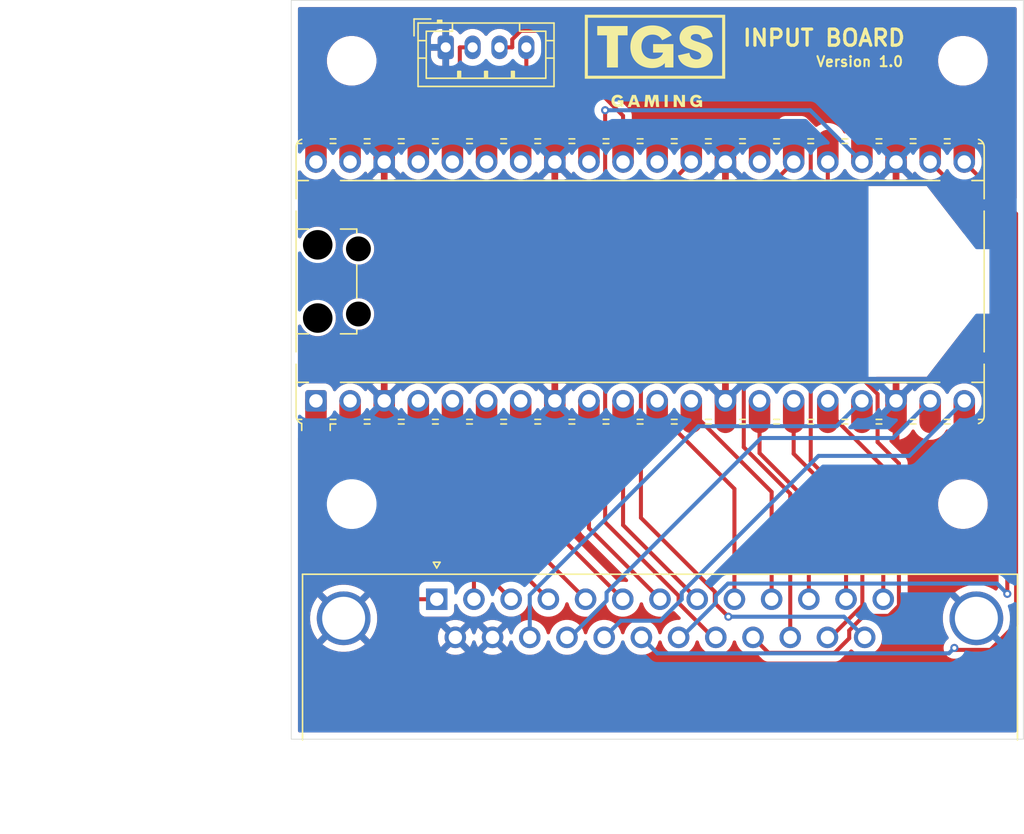
<source format=kicad_pcb>
(kicad_pcb (version 20241229) (generator "pcbnew") (generator_version "9.0")
  (layers (0 "F.Cu" signal) (2 "B.Cu" signal) (13 "F.Paste" user) (15 "B.Paste" user) (5 "F.SilkS" user "F.Silkscreen") (7 "B.SilkS" user "B.Silkscreen") (1 "F.Mask" user) (3 "B.Mask" user) (25 "Edge.Cuts" user))
  (net 0 "")
  (net 1 "unconnected-(A1-3V3_EN-Pad37)")
  (net 2 "unconnected-(A1-VBUS-Pad40)")
  (net 3 "unconnected-(A1-ADC_VREF-Pad35)")
  (net 4 "unconnected-(A1-VSYS-Pad39)")
  (net 5 "unconnected-(A1-RUN-Pad30)")
  (net 6 "unconnected-(A1-GPIO28_ADC2-Pad34)")
  (net 7 "Net-(A1-GPIO9)")
  (net 8 "GND")
  (net 9 "Net-(A1-GPIO4)")
  (net 10 "Net-(A1-GPIO26_ADC0)")
  (net 11 "Net-(A1-GPIO11)")
  (net 12 "Net-(A1-GPIO19)")
  (net 13 "Net-(A1-GPIO12)")
  (net 14 "Net-(A1-GPIO2)")
  (net 15 "Net-(A1-GPIO13)")
  (net 16 "Net-(A1-GPIO0)")
  (net 17 "Net-(A1-GPIO16)")
  (net 18 "Net-(A1-GPIO17)")
  (net 19 "Net-(A1-GPIO8)")
  (net 20 "Net-(A1-GPIO18)")
  (net 21 "+3.3V")
  (net 22 "Net-(A1-GPIO3)")
  (net 23 "Net-(A1-GPIO10)")
  (net 24 "Net-(A1-GPIO27_ADC1)")
  (net 25 "Net-(A1-GPIO20)")
  (net 26 "Net-(A1-GPIO21)")
  (net 27 "Net-(A1-GPIO5)")
  (net 28 "Net-(A1-GPIO7)")
  (net 29 "Net-(A1-GPIO6)")
  (net 30 "Net-(A1-GPIO1)")
  (net 31 "Net-(A1-GPIO22)")
  (net 32 "Net-(A1-GPIO15)")
  (net 33 "Net-(A1-GPIO14)")
  (footprint "connectors:DSUB-25_Male_Horizontal_P2.77x2.84mm_EdgePinOffset7.70mm_Housed_MountingHolesOffset9.12mm" (layer "F.Cu") (at 120.83 103.08)
    (property "Reference" "J4" (hide yes))
    (property "Value" "DB25_Pins_MountingHoles" (hide yes))
  )
  (footprint "Module:RaspberryPi_Pico_Common_Unspecified" (layer "F.Cu") (at 135.97 79.425 90)
    (property "Reference" "A1" (hide yes))
    (property "Value" "RaspberryPi_Pico" (hide yes))
  )
  (footprint "MountingHole:MountingHole_3.2mm_M3" (layer "F.Cu") (at 114.5 63)
    (property "Reference" "H1" (hide yes))
    (property "Value" "MountingHole" (hide yes))
  )
  (footprint "MountingHole:MountingHole_3.2mm_M3" (layer "F.Cu") (at 114.5 96)
    (property "Reference" "H3" (hide yes))
    (property "Value" "MountingHole" (hide yes))
  )
  (footprint "MountingHole:MountingHole_3.2mm_M3" (layer "F.Cu") (at 160 63)
    (property "Reference" "H2" (hide yes))
    (property "Value" "MountingHole" (hide yes))
  )
  (footprint "MountingHole:MountingHole_3.2mm_M3" (layer "F.Cu") (at 160 96)
    (property "Reference" "H4" (hide yes))
    (property "Value" "MountingHole" (hide yes))
  )
  (footprint "Connector_JST:JST_PH_B4B-PH-K_1x04_P2.00mm_Vertical" (layer "F.Cu") (at 121.5 62)
    (property "Reference" "J2" (hide yes))
    (property "Value" "Conn_01x04_Pin" (hide yes))
  )
  (gr_poly (pts (xy 139.079745 66.120935) (xy 139.079745 65.539315) (xy 139.30935 65.539315) (xy 139.30935 66.440208) (xy 139.036353 66.440208) (xy 138.698242 65.855532) (xy 138.698242 66.440208) (xy 138.46861 66.440208) (xy 138.46861 65.539315) (xy 138.738631 65.539315)) (fill yes) (layer "F.SilkS"))
  (gr_poly (pts (xy 140.180924 60.36965) (xy 140.286687 60.377544) (xy 140.392075 60.391077) (xy 140.496316 60.410556) (xy 140.598638 60.43629) (xy 140.698269 60.468586) (xy 140.794437 60.507753) (xy 140.886371 60.554097) (xy 140.973298 60.607927) (xy 141.014643 60.637745) (xy 141.054447 60.66955) (xy 141.092614 60.703381) (xy 141.129046 60.739275) (xy 141.163648 60.777272) (xy 141.196324 60.817409) (xy 141.226975 60.859725) (xy 141.255507 60.904259) (xy 141.281823 60.95105) (xy 141.305825 61.000135) (xy 141.327419 61.051553) (xy 141.346506 61.105343) (xy 141.362991 61.161543) (xy 141.376778 61.220191) (xy 140.583054 61.409262) (xy 140.573269 61.358703) (xy 140.567443 61.334792) (xy 140.560997 61.311784) (xy 140.553929 61.289674) (xy 140.54624 61.268455) (xy 140.537932 61.248119) (xy 140.529003 61.228662) (xy 140.519455 61.210075) (xy 140.509288 61.192353) (xy 140.498502 61.175488) (xy 140.487098 61.159475) (xy 140.475076 61.144307) (xy 140.462437 61.129978) (xy 140.44918 61.11648) (xy 140.435307 61.103807) (xy 140.420818 61.091953) (xy 140.405712 61.080912) (xy 140.389991 61.070675) (xy 140.373655 61.061238) (xy 140.356704 61.052594) (xy 140.339139 61.044735) (xy 140.32096 61.037656) (xy 140.302167 61.03135) (xy 140.282761 61.025811) (xy 140.262742 61.021031) (xy 140.242111 61.017004) (xy 140.220868 61.013724) (xy 140.176547 61.009379) (xy 140.129783 61.007942) (xy 140.087897 61.008954) (xy 140.047724 61.011996) (xy 140.009399 61.017082) (xy 139.97306 61.024224) (xy 139.938843 61.033435) (xy 139.906885 61.044726) (xy 139.877323 61.05811) (xy 139.863482 61.065591) (xy 139.850292 61.0736) (xy 139.837769 61.082138) (xy 139.82593 61.091208) (xy 139.814792 61.10081) (xy 139.804372 61.110945) (xy 139.794688 61.121617) (xy 139.785757 61.132826) (xy 139.777595 61.144574) (xy 139.77022 61.156861) (xy 139.763648 61.169691) (xy 139.757897 61.183064) (xy 139.752985 61.196982) (xy 139.748927 61.211447) (xy 139.745741 61.226459) (xy 139.743444 61.242022) (xy 139.742053 61.258135) (xy 139.741586 61.274801) (xy 139.742417 61.290657) (xy 139.744881 61.305936) (xy 139.748932 61.32066) (xy 139.754526 61.334857) (xy 139.761618 61.34855) (xy 139.770163 61.361765) (xy 139.780116 61.374526) (xy 139.791432 61.38686) (xy 139.804067 61.398789) (xy 139.817975 61.410341) (xy 139.833112 61.42154) (xy 139.849432 61.43241) (xy 139.866892 61.442977) (xy 139.885445 61.453265) (xy 139.905048 61.463301) (xy 139.925655 61.473108) (xy 139.969703 61.492138) (xy 140.017229 61.510555) (xy 140.067875 61.528559) (xy 140.121282 61.546351) (xy 140.35534 61.619394) (xy 140.530603 61.677814) (xy 140.619517 61.710244) (xy 140.707977 61.745515) (xy 140.795002 61.784147) (xy 140.87961 61.82666) (xy 140.960819 61.873573) (xy 141.037648 61.925408) (xy 141.109114 61.982684) (xy 141.14253 62.013525) (xy 141.174237 62.045921) (xy 141.204113 62.079938) (xy 141.232034 62.11564) (xy 141.257879 62.153092) (xy 141.281524 62.19236) (xy 141.302847 62.233508) (xy 141.321725 62.276602) (xy 141.338035 62.321706) (xy 141.351655 62.368886) (xy 141.362462 62.418206) (xy 141.370333 62.469732) (xy 141.375146 62.523528) (xy 141.376778 62.57966) (xy 141.375066 62.642135) (xy 141.369996 62.702315) (xy 141.361665 62.760222) (xy 141.350173 62.815875) (xy 141.335616 62.869295) (xy 141.318094 62.920502) (xy 141.297704 62.969517) (xy 141.274544 63.01636) (xy 141.248713 63.061052) (xy 141.220307 63.103612) (xy 141.189427 63.144061) (xy 141.156169 63.18242) (xy 141.120632 63.218709) (xy 141.082913 63.252948) (xy 141.043112 63.285159) (xy 141.001326 63.31536) (xy 140.957652 63.343573) (xy 140.91219 63.369818) (xy 140.865037 63.394115) (xy 140.816292 63.416486) (xy 140.766052 63.436949) (xy 140.714415 63.455526) (xy 140.661481 63.472237) (xy 140.607345 63.487102) (xy 140.552108 63.500142) (xy 140.495867 63.511377) (xy 140.380765 63.528515) (xy 140.262823 63.538677) (xy 140.142827 63.542029) (xy 140.142787 63.542042) (xy 140.013461 63.538233) (xy 139.887697 63.526837) (xy 139.766007 63.507899) (xy 139.6489 63.481467) (xy 139.53689 63.447586) (xy 139.430487 63.406303) (xy 139.330203 63.357663) (xy 139.236548 63.301712) (xy 139.192367 63.27101) (xy 139.150035 63.238498) (xy 139.109615 63.204181) (xy 139.071173 63.168065) (xy 139.034772 63.130157) (xy 139.000476 63.090461) (xy 138.968348 63.048983) (xy 138.938453 63.00573) (xy 138.910855 62.960707) (xy 138.885617 62.91392) (xy 138.862804 62.865375) (xy 138.842479 62.815077) (xy 138.824706 62.763032) (xy 138.809549 62.709246) (xy 138.797073 62.653725) (xy 138.78734 62.596474) (xy 139.644008 62.407376) (xy 139.646804 62.438372) (xy 139.650709 62.468325) (xy 139.655703 62.497238) (xy 139.661764 62.525117) (xy 139.66887 62.551965) (xy 139.677 62.577786) (xy 139.686133 62.602583) (xy 139.696247 62.626361) (xy 139.70732 62.649122) (xy 139.719331 62.670872) (xy 139.73226 62.691614) (xy 139.746083 62.711352) (xy 139.76078 62.730089) (xy 139.77633 62.74783) (xy 139.79271 62.764578) (xy 139.8099 62.780338) (xy 139.827878 62.795112) (xy 139.846623 62.808906) (xy 139.866112 62.821722) (xy 139.886325 62.833565) (xy 139.90724 62.844438) (xy 139.928836 62.854346) (xy 139.951092 62.863291) (xy 139.973984 62.871279) (xy 139.997494 62.878313) (xy 140.021598 62.884396) (xy 140.046276 62.889533) (xy 140.071505 62.893727) (xy 140.123534 62.899303) (xy 140.177514 62.901155) (xy 140.216383 62.900003) (xy 140.253252 62.896567) (xy 140.28805 62.890878) (xy 140.320707 62.882967) (xy 140.336211 62.878187) (xy 140.351153 62.872864) (xy 140.365526 62.867) (xy 140.37932 62.8606) (xy 140.392526 62.853668) (xy 140.405135 62.846207) (xy 140.41714 62.838221) (xy 140.428531 62.829714) (xy 140.439299 62.82069) (xy 140.449436 62.811153) (xy 140.458932 62.801107) (xy 140.46778 62.790554) (xy 140.47597 62.779501) (xy 140.483494 62.767949) (xy 140.490343 62.755903) (xy 140.496508 62.743367) (xy 140.501981 62.730345) (xy 140.506752 62.71684) (xy 140.510813 62.702857) (xy 140.514156 62.688399) (xy 140.516771 62.67347) (xy 140.518649 62.658074) (xy 140.519783 62.642215) (xy 140.520163 62.625896) (xy 140.519274 62.604646) (xy 140.516641 62.584213) (xy 140.51231 62.564565) (xy 140.506328 62.54567) (xy 140.498741 62.527496) (xy 140.489597 62.510009) (xy 140.478942 62.493178) (xy 140.466823 62.476971) (xy 140.453288 62.461354) (xy 140.438382 62.446297) (xy 140.422154 62.431765) (xy 140.404649 62.417728) (xy 140.385914 62.404152) (xy 140.365997 62.391006) (xy 140.344945 62.378257) (xy 140.322803 62.365873) (xy 140.29962 62.353821) (xy 140.275441 62.34207) (xy 140.224287 62.319338) (xy 140.169714 62.297418) (xy 140.112098 62.276053) (xy 140.051815 62.254983) (xy 139.989238 62.23395) (xy 139.858705 62.19096) (xy 139.688904 62.134224) (xy 139.604139 62.103307) (xy 139.520554 62.070001) (xy 139.438964 62.03379) (xy 139.360185 61.994155) (xy 139.285035 61.950581) (xy 139.21433 61.90255) (xy 139.180899 61.876701) (xy 139.148886 61.849544) (xy 139.118391 61.821014) (xy 139.089518 61.791047) (xy 139.062369 61.759578) (xy 139.037045 61.726542) (xy 139.013648 61.691875) (xy 138.992281 61.655512) (xy 138.973046 61.617388) (xy 138.956044 61.577439) (xy 138.941378 61.5356) (xy 138.92915 61.491807) (xy 138.919461 61.445994) (xy 138.912414 61.398098) (xy 138.908111 61.348053) (xy 138.906654 61.295796) (xy 138.908056 61.242479) (xy 138.912229 61.190491) (xy 138.919122 61.139856) (xy 138.928684 61.090597) (xy 138.940865 61.042739) (xy 138.955615 60.996305) (xy 138.972884 60.951319) (xy 138.99262 60.907805) (xy 139.014774 60.865787) (xy 139.039295 60.825289) (xy 139.066133 60.786334) (xy 139.095237 60.748947) (xy 139.126556 60.713151) (xy 139.160041 60.67897) (xy 139.195641 60.646427) (xy 139.233305 60.615548) (xy 139.272984 60.586356) (xy 139.314626 60.558874) (xy 139.358181 60.533126) (xy 139.403599 60.509136) (xy 139.45083 60.486929) (xy 139.499822 60.466527) (xy 139.550526 60.447956) (xy 139.602891 60.431238) (xy 139.656866 60.416397) (xy 139.712402 60.403458) (xy 139.769447 60.392444) (xy 139.827952 60.383379) (xy 139.887866 60.376287) (xy 139.949138 60.371192) (xy 140.011719 60.368117) (xy 140.075557 60.367087)) (fill yes) (layer "F.SilkS"))
  (gr_poly (pts (xy 136.840311 65.999584) (xy 136.980739 65.539315) (xy 137.315225 65.539315) (xy 137.391729 66.440208) (xy 137.162137 66.440208) (xy 137.104286 65.805288) (xy 136.916855 66.440208) (xy 136.764945 66.440208) (xy 136.577567 65.802205) (xy 136.519081 66.440208) (xy 136.288245 66.440208) (xy 136.366033 65.539315) (xy 136.701709 65.539315)) (fill yes) (layer "F.SilkS"))
  (gr_poly (pts (xy 142.302819 64.335792) (xy 131.851778 64.335792) (xy 131.851778 64.111676) (xy 132.080215 64.111676) (xy 142.074391 64.111676) (xy 142.074391 59.79738) (xy 132.080215 59.79738) (xy 132.080215 64.111676) (xy 131.851778 64.111676) (xy 131.851778 59.573292) (xy 142.302819 59.573292)) (fill yes) (layer "F.SilkS"))
  (gr_poly (pts (xy 137.016814 60.370245) (xy 137.132232 60.37976) (xy 137.244423 60.39545) (xy 137.353221 60.417176) (xy 137.458462 60.444799) (xy 137.55998 60.478181) (xy 137.65761 60.517184) (xy 137.751187 60.561669) (xy 137.840546 60.611497) (xy 137.92552 60.666531) (xy 138.005946 60.726631) (xy 138.081657 60.791659) (xy 138.152489 60.861477) (xy 138.218277 60.935946) (xy 138.278854 61.014928) (xy 138.334056 61.098284) (xy 137.60972 61.472326) (xy 137.596177 61.446158) (xy 137.581983 61.420852) (xy 137.567146 61.396403) (xy 137.551676 61.372811) (xy 137.535582 61.350074) (xy 137.518872 61.328189) (xy 137.501556 61.307155) (xy 137.483643 61.28697) (xy 137.465142 61.267632) (xy 137.446062 61.249138) (xy 137.426413 61.231487) (xy 137.406204 61.214677) (xy 137.385443 61.198706) (xy 137.364139 61.183572) (xy 137.342303 61.169274) (xy 137.319943 61.155808) (xy 137.297068 61.143173) (xy 137.273687 61.131368) (xy 137.24981 61.12039) (xy 137.225446 61.110238) (xy 137.200603 61.100908) (xy 137.175291 61.092401) (xy 137.149518 61.084712) (xy 137.123295 61.077842) (xy 137.096631 61.071787) (xy 137.069533 61.066545) (xy 137.042012 61.062116) (xy 137.014077 61.058496) (xy 136.956999 61.053677) (xy 136.898374 61.052075) (xy 136.853822 61.053014) (xy 136.810061 61.055824) (xy 136.767132 61.06049) (xy 136.725075 61.066999) (xy 136.683931 61.075339) (xy 136.643742 61.085494) (xy 136.604548 61.097452) (xy 136.56639 61.1112) (xy 136.52931 61.126723) (xy 136.493347 61.144009) (xy 136.458543 61.163044) (xy 136.424938 61.183815) (xy 136.392575 61.206307) (xy 136.361493 61.230509) (xy 136.331733 61.256405) (xy 136.303336 61.283984) (xy 136.276344 61.31323) (xy 136.250797 61.344132) (xy 136.226735 61.376675) (xy 136.204201 61.410845) (xy 136.183234 61.446631) (xy 136.163876 61.484017) (xy 136.146167 61.522991) (xy 136.130149 61.563539) (xy 136.115863 61.605648) (xy 136.103348 61.649304) (xy 136.092647 61.694494) (xy 136.083799 61.741204) (xy 136.076847 61.789421) (xy 136.07183 61.839132) (xy 136.06879 61.890322) (xy 136.067768 61.94298) (xy 136.06868 61.992564) (xy 136.071409 62.04122) (xy 136.075941 62.088905) (xy 136.082262 62.135576) (xy 136.090359 62.181192) (xy 136.100218 62.22571) (xy 136.111826 62.269087) (xy 136.12517 62.311282) (xy 136.140235 62.352252) (xy 136.157009 62.391954) (xy 136.175477 62.430347) (xy 136.195627 62.467388) (xy 136.217444 62.503034) (xy 136.240916 62.537244) (xy 136.266029 62.569975) (xy 136.292769 62.601185) (xy 136.321123 62.630831) (xy 136.351078 62.658872) (xy 136.382619 62.685264) (xy 136.415734 62.709965) (xy 136.450408 62.732934) (xy 136.486629 62.754127) (xy 136.524383 62.773503) (xy 136.563656 62.791019) (xy 136.604435 62.806633) (xy 136.646706 62.820302) (xy 136.690456 62.831984) (xy 136.735672 62.841638) (xy 136.782339 62.849219) (xy 136.830445 62.854687) (xy 136.879976 62.857999) (xy 136.930918 62.859112) (xy 136.988565 62.857682) (xy 137.046582 62.853285) (xy 137.104574 62.845761) (xy 137.162148 62.834949) (xy 137.218909 62.82069) (xy 137.274464 62.802824) (xy 137.328418 62.78119) (xy 137.380377 62.755629) (xy 137.429947 62.72598) (xy 137.453713 62.709573) (xy 137.476735 62.692083) (xy 137.498962 62.673492) (xy 137.520345 62.653779) (xy 137.540836 62.632924) (xy 137.560384 62.610906) (xy 137.578942 62.587707) (xy 137.596459 62.563306) (xy 137.612886 62.537683) (xy 137.628174 62.510817) (xy 137.642273 62.48269) (xy 137.655135 62.453281) (xy 137.666711 62.422569) (xy 137.67695 62.390536) (xy 136.935257 62.390536) (xy 136.935257 61.758062) (xy 138.449031 61.758062) (xy 138.449031 63.499947) (xy 137.809268 63.499947) (xy 137.809268 63.167961) (xy 137.770605 63.209903) (xy 137.729389 63.249786) (xy 137.685562 63.287522) (xy 137.639063 63.32302) (xy 137.589831 63.356191) (xy 137.537806 63.386946) (xy 137.482928 63.415196) (xy 137.425136 63.440852) (xy 137.364371 63.463824) (xy 137.300572 63.484022) (xy 137.233678 63.501358) (xy 137.163629 63.515742) (xy 137.090366 63.527085) (xy 137.013827 63.535298) (xy 136.933953 63.540291) (xy 136.850683 63.541976) (xy 136.850723 63.542042) (xy 136.763682 63.540199) (xy 136.678278 63.534708) (xy 136.594584 63.525628) (xy 136.512676 63.513018) (xy 136.432625 63.496936) (xy 136.354507 63.477441) (xy 136.278395 63.454591) (xy 136.204363 63.428444) (xy 136.132485 63.399059) (xy 136.062834 63.366494) (xy 135.995485 63.330809) (xy 135.930512 63.292061) (xy 135.867988 63.250309) (xy 135.807987 63.205611) (xy 135.750584 63.158026) (xy 135.695851 63.107613) (xy 135.643863 63.054429) (xy 135.594694 62.998534) (xy 135.548418 62.939985) (xy 135.505108 62.878842) (xy 135.464838 62.815163) (xy 135.427682 62.749006) (xy 135.393715 62.680429) (xy 135.363009 62.609492) (xy 135.335639 62.536253) (xy 135.311679 62.46077) (xy 135.291202 62.383102) (xy 135.274283 62.303306) (xy 135.260995 62.221443) (xy 135.251412 62.137569) (xy 135.245608 62.051745) (xy 135.243657 61.964027) (xy 135.245671 61.874588) (xy 135.251662 61.78715) (xy 135.261552 61.701767) (xy 135.275265 61.618494) (xy 135.292724 61.537386) (xy 135.313851 61.458499) (xy 135.338569 61.381887) (xy 135.366802 61.307606) (xy 135.398472 61.23571) (xy 135.433502 61.166254) (xy 135.471816 61.099294) (xy 135.513335 61.034885) (xy 135.557984 60.973081) (xy 135.605685 60.913937) (xy 135.65636 60.85751) (xy 135.709934 60.803852) (xy 135.766328 60.753021) (xy 135.825466 60.70507) (xy 135.88727 60.660055) (xy 135.951665 60.61803) (xy 136.018571 60.579052) (xy 136.087914 60.543174) (xy 136.159614 60.510451) (xy 136.233596 60.48094) (xy 136.309783 60.454695) (xy 136.388096 60.43177) (xy 136.46846 60.412221) (xy 136.550797 60.396103) (xy 136.63503 60.383472) (xy 136.721082 60.374381) (xy 136.808876 60.368886) (xy 136.898334 60.367042)) (fill yes) (layer "F.SilkS"))
  (gr_poly (pts (xy 134.328913 65.527351) (xy 134.360988 65.530126) (xy 134.392167 65.534703) (xy 134.422402 65.54104) (xy 134.451648 65.549097) (xy 134.479859 65.558833) (xy 134.506989 65.57021) (xy 134.532993 65.583185) (xy 134.557823 65.597718) (xy 134.581436 65.61377) (xy 134.603784 65.631299) (xy 134.624821 65.650266) (xy 134.644503 65.67063) (xy 134.662782 65.69235) (xy 134.679613 65.715386) (xy 134.694951 65.739698) (xy 134.493669 65.848785) (xy 134.489904 65.841154) (xy 134.485958 65.833774) (xy 134.481834 65.826644) (xy 134.477534 65.819764) (xy 134.47306 65.813133) (xy 134.468416 65.806751) (xy 134.463603 65.800617) (xy 134.458625 65.79473) (xy 134.453483 65.78909) (xy 134.448181 65.783696) (xy 134.44272 65.778548) (xy 134.437104 65.773645) (xy 134.431335 65.768987) (xy 134.425415 65.764573) (xy 134.419347 65.760403) (xy 134.413133 65.756475) (xy 134.406777 65.75279) (xy 134.400279 65.749347) (xy 134.393644 65.746144) (xy 134.386874 65.743183) (xy 134.379971 65.740462) (xy 134.372937 65.73798) (xy 134.365775 65.735737) (xy 134.358488 65.733733) (xy 134.351079 65.731967) (xy 134.343549 65.730438) (xy 134.335901 65.729146) (xy 134.328138 65.72809) (xy 134.312277 65.726684) (xy 134.295986 65.726217) (xy 134.283605 65.726491) (xy 134.271444 65.72731) (xy 134.259514 65.728671) (xy 134.247827 65.73057) (xy 134.236394 65.733002) (xy 134.225225 65.735964) (xy 134.214333 65.739451) (xy 134.20373 65.743461) (xy 134.193425 65.747989) (xy 134.183431 65.75303) (xy 134.173759 65.758582) (xy 134.164421 65.76464) (xy 134.155427 65.7712) (xy 134.146789 65.778259) (xy 134.138519 65.785812) (xy 134.130628 65.793856) (xy 134.123126 65.802386) (xy 134.116027 65.811399) (xy 134.10934 65.820891) (xy 134.103078 65.830857) (xy 134.097251 65.841294) (xy 134.091872 65.852199) (xy 134.086951 65.863566) (xy 134.082499 65.875393) (xy 134.078529 65.887675) (xy 134.075051 65.900408) (xy 134.072077 65.913588) (xy 134.069618 65.927212) (xy 134.067686 65.941275) (xy 134.066292 65.955774) (xy 134.065447 65.970705) (xy 134.065163 65.986064) (xy 134.066175 66.014718) (xy 134.069192 66.042239) (xy 134.071442 66.055544) (xy 134.074182 66.068528) (xy 134.077408 66.08118) (xy 134.081117 66.093487) (xy 134.085304 66.105436) (xy 134.089966 66.117016) (xy 134.095098 66.128214) (xy 134.100698 66.139017) (xy 134.106762 66.149414) (xy 134.113285 66.159392) (xy 134.120264 66.168938) (xy 134.127696 66.178041) (xy 134.135575 66.186687) (xy 134.1439 66.194866) (xy 134.152666 66.202563) (xy 134.161868 66.209767) (xy 134.171504 66.216466) (xy 134.18157 66.222648) (xy 134.192062 66.228299) (xy 134.202976 66.233407) (xy 134.214308 66.237961) (xy 134.226055 66.241948) (xy 134.238213 66.245355) (xy 134.250778 66.24817) (xy 134.263746 66.250382) (xy 134.277114 66.251976) (xy 134.290878 66.252942) (xy 134.305034 66.253267) (xy 134.321054 66.25285) (xy 134.337176 66.251568) (xy 134.353292 66.249373) (xy 134.369291 66.24622) (xy 134.385064 66.242062) (xy 134.400502 66.236852) (xy 134.415495 66.230543) (xy 134.429934 66.223088) (xy 134.443709 66.214441) (xy 134.450313 66.209656) (xy 134.456711 66.204555) (xy 134.462887 66.199133) (xy 134.468829 66.193384) (xy 134.474523 66.187302) (xy 134.479956 66.180881) (xy 134.485113 66.174115) (xy 134.48998 66.166998) (xy 134.494545 66.159525) (xy 134.498794 66.15169) (xy 134.502712 66.143486) (xy 134.506286 66.134909) (xy 134.509503 66.125952) (xy 134.512349 66.116609) (xy 134.306238 66.116609) (xy 134.306238 65.932129) (xy 134.726899 65.932129) (xy 134.726899 66.440195) (xy 134.549112 66.440195) (xy 134.549112 66.343357) (xy 134.538368 66.355592) (xy 134.526914 66.367226) (xy 134.514735 66.378234) (xy 134.501814 66.388589) (xy 134.488133 66.398265) (xy 134.473677 66.407236) (xy 134.458427 66.415477) (xy 134.442368 66.422961) (xy 134.425482 66.429661) (xy 134.407753 66.435553) (xy 134.389164 66.44061) (xy 134.369698 66.444806) (xy 134.349339 66.448115) (xy 134.328069 66.45051) (xy 134.305871 66.451967) (xy 134.28273 66.452458) (xy 134.258541 66.451921) (xy 134.234808 66.450319) (xy 134.21155 66.447671) (xy 134.188788 66.443993) (xy 134.166543 66.439302) (xy 134.144835 66.433615) (xy 134.123684 66.42695) (xy 134.103112 66.419324) (xy 134.083138 66.410753) (xy 134.063783 66.401254) (xy 134.045068 66.390846) (xy 134.027013 66.379544) (xy 134.009638 66.367366) (xy 133.992965 66.354328) (xy 133.977014 66.340449) (xy 133.961805 66.325744) (xy 133.947359 66.310232) (xy 133.933696 66.293928) (xy 133.920837 66.276851) (xy 133.908802 66.259017) (xy 133.897612 66.240443) (xy 133.887288 66.221147) (xy 133.877849 66.201145) (xy 133.869317 66.180454) (xy 133.861712 66.159092) (xy 133.855054 66.137076) (xy 133.849364 66.114422) (xy 133.844663 66.091148) (xy 133.84097 66.06727) (xy 133.838308 66.042807) (xy 133.836695 66.017774) (xy 133.836153 65.992189) (xy 133.836713 65.966104) (xy 133.838377 65.940603) (xy 133.841126 65.915701) (xy 133.844936 65.891414) (xy 133.849787 65.867759) (xy 133.855658 65.844751) (xy 133.862527 65.822407) (xy 133.870372 65.800742) (xy 133.879173 65.779773) (xy 133.888907 65.759516) (xy 133.899554 65.739987) (xy 133.911092 65.721201) (xy 133.923499 65.703176) (xy 133.936754 65.685926) (xy 133.950837 65.669468) (xy 133.965724 65.653819) (xy 133.981396 65.638993) (xy 133.99783 65.625007) (xy 134.015005 65.611878) (xy 134.0329 65.599621) (xy 134.051493 65.588253) (xy 134.070763 65.577788) (xy 134.090689 65.568244) (xy 134.111249 65.559637) (xy 134.132421 65.551982) (xy 134.154185 65.545296) (xy 134.176518 65.539594) (xy 134.199401 65.534893) (xy 134.22281 65.531209) (xy 134.246725 65.528557) (xy 134.271124 65.526954) (xy 134.295986 65.526417)) (fill yes) (layer "F.SilkS"))
  (gr_poly (pts (xy 135.977082 66.440208) (xy 135.743838 66.440208) (xy 135.686596 66.273494) (xy 135.332226 66.273494) (xy 135.275566 66.440208) (xy 135.042335 66.440208) (xy 135.172315 66.081063) (xy 135.397909 66.081063) (xy 135.620887 66.081063) (xy 135.509404 65.755017) (xy 135.397909 66.081063) (xy 135.172315 66.081063) (xy 135.368381 65.539315) (xy 135.651036 65.539315)) (fill yes) (layer "F.SilkS"))
  (gr_poly (pts (xy 135.037639 61.106685) (xy 134.317615 61.106685) (xy 134.317615 63.5) (xy 133.5 63.5) (xy 133.5 61.106685) (xy 132.77782 61.106685) (xy 132.77782 60.411172) (xy 135.037639 60.411172)) (fill yes) (layer "F.SilkS"))
  (gr_poly (pts (xy 140.185032 65.527351) (xy 140.217111 65.530126) (xy 140.248292 65.534703) (xy 140.278528 65.54104) (xy 140.307775 65.549097) (xy 140.335986 65.558833) (xy 140.363115 65.57021) (xy 140.389118 65.583185) (xy 140.413947 65.597718) (xy 140.437558 65.61377) (xy 140.459904 65.631299) (xy 140.48094 65.650266) (xy 140.50062 65.67063) (xy 140.518898 65.69235) (xy 140.535728 65.715386) (xy 140.551065 65.739698) (xy 140.349771 65.848785) (xy 140.34601 65.841154) (xy 140.342068 65.833774) (xy 140.337946 65.826644) (xy 140.333649 65.819764) (xy 140.329178 65.813133) (xy 140.324535 65.806751) (xy 140.319725 65.800617) (xy 140.314748 65.79473) (xy 140.309608 65.78909) (xy 140.304306 65.783696) (xy 140.298847 65.778548) (xy 140.293231 65.773645) (xy 140.287462 65.768987) (xy 140.281543 65.764573) (xy 140.275475 65.760403) (xy 140.269262 65.756475) (xy 140.262905 65.75279) (xy 140.256408 65.749347) (xy 140.249772 65.746144) (xy 140.243001 65.743183) (xy 140.236097 65.740462) (xy 140.229063 65.73798) (xy 140.2219 65.735737) (xy 140.214613 65.733733) (xy 140.207202 65.731967) (xy 140.199671 65.730438) (xy 140.192022 65.729146) (xy 140.184258 65.72809) (xy 140.168395 65.726684) (xy 140.152101 65.726217) (xy 140.139722 65.726491) (xy 140.127564 65.72731) (xy 140.115636 65.728671) (xy 140.103951 65.73057) (xy 140.092519 65.733002) (xy 140.081353 65.735964) (xy 140.070462 65.739451) (xy 140.05986 65.743461) (xy 140.049557 65.747989) (xy 140.039564 65.75303) (xy 140.029893 65.758582) (xy 140.020556 65.76464) (xy 140.011563 65.7712) (xy 140.002926 65.778259) (xy 139.994657 65.785812) (xy 139.986766 65.793856) (xy 139.979265 65.802386) (xy 139.972166 65.811399) (xy 139.96548 65.820891) (xy 139.959218 65.830857) (xy 139.953392 65.841294) (xy 139.948013 65.852199) (xy 139.943092 65.863566) (xy 139.93864 65.875393) (xy 139.93467 65.887675) (xy 139.931192 65.900408) (xy 139.928219 65.913588) (xy 139.92576 65.927212) (xy 139.923828 65.941275) (xy 139.922434 65.955774) (xy 139.921589 65.970705) (xy 139.921305 65.986064) (xy 139.922317 66.014718) (xy 139.925333 66.042239) (xy 139.927583 66.055544) (xy 139.930324 66.068528) (xy 139.93355 66.08118) (xy 139.937258 66.093487) (xy 139.941445 66.105436) (xy 139.946106 66.117016) (xy 139.951239 66.128214) (xy 139.956839 66.139017) (xy 139.962902 66.149414) (xy 139.969425 66.159392) (xy 139.976403 66.168938) (xy 139.983834 66.178041) (xy 139.991713 66.186687) (xy 140.000037 66.194866) (xy 140.008802 66.202563) (xy 140.018004 66.209767) (xy 140.027639 66.216466) (xy 140.037704 66.222648) (xy 140.048194 66.228299) (xy 140.059107 66.233407) (xy 140.070438 66.237961) (xy 140.082183 66.241948) (xy 140.094339 66.245355) (xy 140.106902 66.24817) (xy 140.119869 66.250382) (xy 140.133235 66.251976) (xy 140.146996 66.252942) (xy 140.16115 66.253267) (xy 140.177177 66.25285) (xy 140.193305 66.251568) (xy 140.209425 66.249373) (xy 140.225427 66.24622) (xy 140.241203 66.242062) (xy 140.256643 66.236852) (xy 140.271637 66.230543) (xy 140.286076 66.223088) (xy 140.29985 66.214441) (xy 140.306454 66.209656) (xy 140.312851 66.204555) (xy 140.319027 66.199133) (xy 140.324968 66.193384) (xy 140.330662 66.187302) (xy 140.336093 66.180881) (xy 140.341249 66.174115) (xy 140.346116 66.166998) (xy 140.350679 66.159525) (xy 140.354927 66.15169) (xy 140.358844 66.143486) (xy 140.362417 66.134909) (xy 140.365633 66.125952) (xy 140.368477 66.116609) (xy 140.16238 66.116609) (xy 140.16238 65.932129) (xy 140.583028 65.932129) (xy 140.583028 66.440195) (xy 140.40524 66.440195) (xy 140.40524 66.343357) (xy 140.394491 66.355592) (xy 140.383035 66.367226) (xy 140.370853 66.378234) (xy 140.35793 66.388589) (xy 140.344248 66.398265) (xy 140.329792 66.407236) (xy 140.314543 66.415477) (xy 140.298485 66.422961) (xy 140.281601 66.429661) (xy 140.263875 66.435553) (xy 140.24529 66.44061) (xy 140.225829 66.444806) (xy 140.205474 66.448115) (xy 140.18421 66.45051) (xy 140.162019 66.451967) (xy 140.138885 66.452458) (xy 140.138832 66.452458) (xy 140.114647 66.451921) (xy 140.090917 66.450319) (xy 140.067662 66.447671) (xy 140.044902 66.443993) (xy 140.022659 66.439302) (xy 140.000953 66.433615) (xy 139.979804 66.42695) (xy 139.959232 66.419324) (xy 139.93926 66.410753) (xy 139.919906 66.401254) (xy 139.901191 66.390846) (xy 139.883137 66.379544) (xy 139.865762 66.367366) (xy 139.84909 66.354328) (xy 139.833138 66.340449) (xy 139.817929 66.325744) (xy 139.803482 66.310232) (xy 139.789819 66.293928) (xy 139.776959 66.276851) (xy 139.764924 66.259017) (xy 139.753733 66.240443) (xy 139.743408 66.221147) (xy 139.733969 66.201145) (xy 139.725436 66.180454) (xy 139.71783 66.159092) (xy 139.711172 66.137076) (xy 139.705481 66.114422) (xy 139.700779 66.091148) (xy 139.697087 66.06727) (xy 139.694423 66.042807) (xy 139.692811 66.017774) (xy 139.692268 65.992189) (xy 139.692828 65.966104) (xy 139.694493 65.940603) (xy 139.697242 65.915701) (xy 139.701053 65.891414) (xy 139.705905 65.867759) (xy 139.711776 65.844751) (xy 139.718645 65.822407) (xy 139.726491 65.800742) (xy 139.735293 65.779773) (xy 139.745028 65.759516) (xy 139.755676 65.739987) (xy 139.767214 65.721201) (xy 139.779622 65.703176) (xy 139.792878 65.685926) (xy 139.806961 65.669468) (xy 139.821849 65.653819) (xy 139.837521 65.638993) (xy 139.853956 65.625007) (xy 139.871132 65.611878) (xy 139.889027 65.599621) (xy 139.90762 65.588253) (xy 139.92689 65.577788) (xy 139.946816 65.568244) (xy 139.967375 65.559637) (xy 139.988547 65.551982) (xy 140.01031 65.545296) (xy 140.032642 65.539594) (xy 140.055523 65.534893) (xy 140.078931 65.531209) (xy 140.102844 65.528557) (xy 140.127241 65.526954) (xy 140.152101 65.526417)) (fill yes) (layer "F.SilkS"))
  (gr_poly (pts (xy 138.026015 66.440208) (xy 137.796423 66.440208) (xy 137.796423 65.539315) (xy 138.026015 65.539315)) (fill yes) (layer "F.SilkS"))
  (gr_rect (start 110 58.5) (end 164.5 113.5) (stroke (width 0.05)) (fill no) (layer "Edge.Cuts"))
  (gr_text "Version 1.0" (at 149 63.5 0) (layer "F.SilkS") (effects (font (size 0.75 0.75) (thickness 0.15) (bold yes)) (justify left bottom)))
  (gr_text "INPUT BOARD" (at 143.5 62 0) (layer "F.SilkS") (effects (font (size 1.2 1.2) (thickness 0.24) (bold yes)) (justify left bottom)))
  (segment (start 119.46 70.535) (end 119.46 69.735) (width 0.3) (layer "F.Cu") (net 1))
  (segment (start 111.84 69.735) (end 111.84 70.535) (width 0.3) (layer "F.Cu") (net 2))
  (segment (start 124.54 70.535) (end 124.54 69.735) (width 0.3) (layer "F.Cu") (net 3))
  (segment (start 114.38 70.535) (end 114.38 69.735) (width 0.3) (layer "F.Cu") (net 4))
  (segment (start 137.24 70.535) (end 137.24 69.735) (width 0.3) (layer "F.Cu") (net 5))
  (segment (start 127.08 69.735) (end 127.08 70.535) (width 0.3) (layer "F.Cu") (net 6))
  (segment (start 139.78 89.115) (end 139.78 88.315) (width 0.3) (layer "F.Cu") (net 7))
  (segment (start 139.78 89.115) (end 145.76 95.095) (width 0.3) (layer "F.Cu") (net 7))
  (segment (start 145.76 95.095) (end 145.76 103.08) (width 0.3) (layer "F.Cu") (net 7))
  (segment (start 124.54 88.315) (end 124.54 89.115) (width 0.3) (layer "F.Cu") (net 9))
  (segment (start 131.91 103.08) (end 124.54 95.71) (width 0.3) (layer "F.Cu") (net 9))
  (segment (start 124.54 95.71) (end 124.54 89.115) (width 0.3) (layer "F.Cu") (net 9))
  (segment (start 126.4517 61.4052) (end 126.4517 62) (width 0.3) (layer "F.Cu") (net 10))
  (segment (start 134.7 69.735) (end 134.7 67.0936) (width 0.3) (layer "F.Cu") (net 10))
  (segment (start 128.3705 60.7641) (end 127.0928 60.7641) (width 0.3) (layer "F.Cu") (net 10))
  (segment (start 134.7 70.535) (end 134.7 69.735) (width 0.3) (layer "F.Cu") (net 10))
  (segment (start 127.0928 60.7641) (end 126.4517 61.4052) (width 0.3) (layer "F.Cu") (net 10))
  (segment (start 134.7 67.0936) (end 128.3705 60.7641) (width 0.3) (layer "F.Cu") (net 10))
  (segment (start 125.5 62) (end 126.4517 62) (width 0.3) (layer "F.Cu") (net 10))
  (segment (start 147.4 92.2522) (end 151.3 96.1522) (width 0.3) (layer "F.Cu") (net 11))
  (segment (start 147.4 89.115) (end 147.4 88.315) (width 0.3) (layer "F.Cu") (net 11))
  (segment (start 151.3 96.1522) (end 151.3 103.08) (width 0.3) (layer "F.Cu") (net 11))
  (segment (start 147.4 89.115) (end 147.4 92.2522) (width 0.3) (layer "F.Cu") (net 11))
  (segment (start 151.5333 105.4074) (end 152.6218 104.3189) (width 0.3) (layer "F.Cu") (net 12))
  (segment (start 149.94 84.1022) (end 149.94 70.535) (width 0.3) (layer "F.Cu") (net 12))
  (segment (start 150.452 107.0717) (end 151.5333 105.9904) (width 0.3) (layer "F.Cu") (net 12))
  (segment (start 155.235 92.977) (end 153.647 91.389) (width 0.3) (layer "F.Cu") (net 12))
  (segment (start 155.235 103.5553) (end 155.235 92.977) (width 0.3) (layer "F.Cu") (net 12))
  (segment (start 153.647 91.389) (end 153.647 87.8092) (width 0.3) (layer "F.Cu") (net 12))
  (segment (start 153.647 87.8092) (end 149.94 84.1022) (width 0.3) (layer "F.Cu") (net 12))
  (segment (start 145.5267 107.0717) (end 150.452 107.0717) (width 0.3) (layer "F.Cu") (net 12))
  (segment (start 151.5333 105.9904) (end 151.5333 105.4074) (width 0.3) (layer "F.Cu") (net 12))
  (segment (start 149.94 69.735) (end 149.94 70.535) (width 0.3) (layer "F.Cu") (net 12))
  (segment (start 152.6218 104.3189) (end 154.4714 104.3189) (width 0.3) (layer "F.Cu") (net 12))
  (segment (start 144.375 105.92) (end 145.5267 107.0717) (width 0.3) (layer "F.Cu") (net 12))
  (segment (start 154.4714 104.3189) (end 155.235 103.5553) (width 0.3) (layer "F.Cu") (net 12))
  (segment (start 154.07 93.245) (end 154.07 103.08) (width 0.3) (layer "F.Cu") (net 13))
  (segment (start 149.94 88.315) (end 149.94 89.115) (width 0.3) (layer "F.Cu") (net 13))
  (segment (start 149.94 89.115) (end 154.07 93.245) (width 0.3) (layer "F.Cu") (net 13))
  (segment (start 119.46 96.17) (end 119.46 89.115) (width 0.3) (layer "F.Cu") (net 14))
  (segment (start 126.37 103.08) (end 119.46 96.17) (width 0.3) (layer "F.Cu") (net 14))
  (segment (start 119.46 88.315) (end 119.46 89.115) (width 0.3) (layer "F.Cu") (net 14))
  (segment (start 152.48 89.115) (end 152.48 88.315) (width 0.3) (layer "F.Cu") (net 15))
  (segment (start 140.3174 90.1994) (end 150.5956 90.1994) (width 0.3) (layer "B.Cu") (net 15))
  (segment (start 150.5956 90.1994) (end 152.48 88.315) (width 0.3) (layer "B.Cu") (net 15))
  (segment (start 127.755 102.7618) (end 140.3174 90.1994) (width 0.3) (layer "B.Cu") (net 15))
  (segment (start 127.755 105.92) (end 127.755 102.7618) (width 0.3) (layer "B.Cu") (net 15))
  (segment (start 120.83 103.08) (end 118.4268 103.08) (width 0.3) (layer "F.Cu") (net 16))
  (segment (start 118.4268 103.08) (end 111.84 96.4932) (width 0.3) (layer "F.Cu") (net 16))
  (segment (start 111.84 96.4932) (end 111.84 89.115) (width 0.3) (layer "F.Cu") (net 16))
  (segment (start 111.84 89.115) (end 111.84 88.315) (width 0.3) (layer "F.Cu") (net 16))
  (segment (start 162.0443 106.8517) (end 159.5073 106.8517) (width 0.3) (layer "F.Cu") (net 17))
  (segment (start 163.9564 104.9396) (end 162.0443 106.8517) (width 0.3) (layer "F.Cu") (net 17))
  (segment (start 159.5073 106.8517) (end 159.3609 106.7053) (width 0.3) (layer "F.Cu") (net 17))
  (segment (start 160.1 70.135) (end 160.1 70.197) (width 0.3) (layer "F.Cu") (net 17))
  (segment (start 160.1 70.197) (end 160.1 70.535) (width 0.3) (layer "F.Cu") (net 17))
  (segment (start 160.1 70.535) (end 163.9564 74.3914) (width 0.3) (layer "F.Cu") (net 17))
  (segment (start 163.9564 74.3914) (end 163.9564 104.9396) (width 0.3) (layer "F.Cu") (net 17))
  (segment (start 160.1 69.735) (end 160.1 70.135) (width 0.3) (layer "F.Cu") (net 17))
  (via (at 159.3609 106.7053) (size 0.6) (drill 0.3) (layers "F.Cu" "B.Cu") (net 17))
  (segment (start 137.2531 107.1081) (end 136.065 105.92) (width 0.3) (layer "B.Cu") (net 17))
  (segment (start 158.9581 107.1081) (end 137.2531 107.1081) (width 0.3) (layer "B.Cu") (net 17))
  (segment (start 159.3609 106.7053) (end 158.9581 107.1081) (width 0.3) (layer "B.Cu") (net 17))
  (segment (start 157.56 69.735) (end 157.56 70.535) (width 0.3) (layer "F.Cu") (net 18))
  (segment (start 157.56 70.535) (end 163.3026 76.2776) (width 0.3) (layer "F.Cu") (net 18))
  (segment (start 163.3026 76.2776) (end 163.3026 102.6792) (width 0.3) (layer "F.Cu") (net 18))
  (via (at 163.3026 102.6792) (size 0.6) (drill 0.3) (layers "F.Cu" "B.Cu") (net 18))
  (segment (start 138.835 105.92) (end 139.0329 105.92) (width 0.3) (layer "B.Cu") (net 18))
  (segment (start 139.0329 105.92) (end 141.605 103.3479) (width 0.3) (layer "B.Cu") (net 18))
  (segment (start 141.605 103.3479) (end 141.605 102.8189) (width 0.3) (layer "B.Cu") (net 18))
  (segment (start 141.605 102.8189) (end 142.5068 101.9171) (width 0.3) (layer "B.Cu") (net 18))
  (segment (start 162.5405 101.9171) (end 163.3026 102.6792) (width 0.3) (layer "B.Cu") (net 18))
  (segment (start 142.5068 101.9171) (end 162.5405 101.9171) (width 0.3) (layer "B.Cu") (net 18))
  (segment (start 137.24 88.315) (end 137.24 89.115) (width 0.3) (layer "F.Cu") (net 19))
  (segment (start 142.99 94.865) (end 137.24 89.115) (width 0.3) (layer "F.Cu") (net 19))
  (segment (start 142.99 103.08) (end 142.99 94.865) (width 0.3) (layer "F.Cu") (net 19))
  (segment (start 141.3886 105.92) (end 138.835 103.3664) (width 0.3) (layer "F.Cu") (net 20))
  (segment (start 138.835 102.8216) (end 133.366 97.3526) (width 0.3) (layer "F.Cu") (net 20))
  (segment (start 133.366 97.3526) (end 133.366 66.6812) (width 0.3) (layer "F.Cu") (net 20))
  (segment (start 152.48 69.735) (end 152.48 70.535) (width 0.3) (layer "F.Cu") (net 20))
  (segment (start 141.605 105.92) (end 141.3886 105.92) (width 0.3) (layer "F.Cu") (net 20))
  (segment (start 138.835 103.3664) (end 138.835 102.8216) (width 0.3) (layer "F.Cu") (net 20))
  (via (at 133.366 66.6812) (size 0.6) (drill 0.3) (layers "F.Cu" "B.Cu") (net 20))
  (segment (start 133.366 66.6812) (end 148.6262 66.6812) (width 0.3) (layer "B.Cu") (net 20))
  (segment (start 148.6262 66.6812) (end 152.48 70.535) (width 0.3) (layer "B.Cu") (net 20))
  (segment (start 122.5483 69.1867) (end 122.5483 62) (width 0.3) (layer "F.Cu") (net 21))
  (segment (start 122 69.735) (end 122.5483 69.1867) (width 0.3) (layer "F.Cu") (net 21))
  (segment (start 123.5 62) (end 122.5483 62) (width 0.3) (layer "F.Cu") (net 21))
  (segment (start 122 70.535) (end 122 69.735) (width 0.3) (layer "F.Cu") (net 21))
  (segment (start 122 88.315) (end 122 89.115) (width 0.3) (layer "F.Cu") (net 22))
  (segment (start 122 89.115) (end 122 95.94) (width 0.3) (layer "F.Cu") (net 22))
  (segment (start 122 95.94) (end 129.14 103.08) (width 0.3) (layer "F.Cu") (net 22))
  (segment (start 148.53 103.08) (end 148.53 95.8728) (width 0.3) (layer "F.Cu") (net 23))
  (segment (start 144.86 88.315) (end 144.86 89.115) (width 0.3) (layer "F.Cu") (net 23))
  (segment (start 144.86 92.2028) (end 144.86 89.115) (width 0.3) (layer "F.Cu") (net 23))
  (segment (start 148.53 95.8728) (end 144.86 92.2028) (width 0.3) (layer "F.Cu") (net 23))
  (segment (start 132.16 69.735) (end 132.16 70.535) (width 0.3) (layer "F.Cu") (net 24))
  (segment (start 127.5 62) (end 127.5 65.075) (width 0.3) (layer "F.Cu") (net 24))
  (segment (start 127.5 65.075) (end 132.16 69.735) (width 0.3) (layer "F.Cu") (net 24))
  (segment (start 147.4 69.735) (end 147.4 70.535) (width 0.3) (layer "F.Cu") (net 25))
  (segment (start 147.4 70.535) (end 143.6861 74.2489) (width 0.3) (layer "F.Cu") (net 25))
  (segment (start 143.6861 74.2489) (end 143.6861 91.7656) (width 0.3) (layer "F.Cu") (net 25))
  (segment (start 147.145 95.2245) (end 147.145 105.92) (width 0.3) (layer "F.Cu") (net 25))
  (segment (start 143.6861 91.7656) (end 147.145 95.2245) (width 0.3) (layer "F.Cu") (net 25))
  (segment (start 146.8355 67.7595) (end 147.9451 67.7595) (width 0.3) (layer "F.Cu") (net 26))
  (segment (start 148.67 68.4844) (end 148.67 92.8107) (width 0.3) (layer "F.Cu") (net 26))
  (segment (start 152.5123 96.653) (end 152.5123 103.5474) (width 0.3) (layer "F.Cu") (net 26))
  (segment (start 147.9451 67.7595) (end 148.67 68.4844) (width 0.3) (layer "F.Cu") (net 26))
  (segment (start 152.5123 103.5474) (end 150.1397 105.92) (width 0.3) (layer "F.Cu") (net 26))
  (segment (start 148.67 92.8107) (end 152.5123 96.653) (width 0.3) (layer "F.Cu") (net 26))
  (segment (start 144.86 70.535) (end 144.86 69.735) (width 0.3) (layer "F.Cu") (net 26))
  (segment (start 150.1397 105.92) (end 149.915 105.92) (width 0.3) (layer "F.Cu") (net 26))
  (segment (start 144.86 69.735) (end 146.8355 67.7595) (width 0.3) (layer "F.Cu") (net 26))
  (segment (start 134.68 103.08) (end 127.08 95.48) (width 0.3) (layer "F.Cu") (net 27))
  (segment (start 127.08 95.48) (end 127.08 89.115) (width 0.3) (layer "F.Cu") (net 27))
  (segment (start 127.08 89.115) (end 127.08 88.315) (width 0.3) (layer "F.Cu") (net 27))
  (segment (start 134.7 88.315) (end 134.7 89.115) (width 0.3) (layer "F.Cu") (net 28))
  (segment (start 140.22 103.08) (end 134.7 97.56) (width 0.3) (layer "F.Cu") (net 28))
  (segment (start 134.7 97.56) (end 134.7 89.115) (width 0.3) (layer "F.Cu") (net 28))
  (segment (start 132.16 88.315) (end 132.16 89.115) (width 0.3) (layer "F.Cu") (net 29))
  (segment (start 132.16 97.79) (end 137.45 103.08) (width 0.3) (layer "F.Cu") (net 29))
  (segment (start 132.16 89.115) (end 132.16 97.79) (width 0.3) (layer "F.Cu") (net 29))
  (segment (start 114.38 88.315) (end 114.38 89.115) (width 0.3) (layer "F.Cu") (net 30))
  (segment (start 123.6 103.08) (end 123.6 101.63) (width 0.3) (layer "F.Cu") (net 30))
  (segment (start 114.38 92.41) (end 114.38 89.115) (width 0.3) (layer "F.Cu") (net 30))
  (segment (start 123.6 101.63) (end 114.38 92.41) (width 0.3) (layer "F.Cu") (net 30))
  (segment (start 139.78 70.535) (end 136.0295 74.2855) (width 0.3) (layer "F.Cu") (net 31))
  (segment (start 139.78 69.735) (end 139.78 70.535) (width 0.3) (layer "F.Cu") (net 31))
  (segment (start 136.0295 97.0194) (end 141.5309 102.5208) (width 0.3) (layer "F.Cu") (net 31))
  (segment (start 141.5309 103.3747) (end 142.5382 104.382) (width 0.3) (layer "F.Cu") (net 31))
  (segment (start 136.0295 74.2855) (end 136.0295 97.0194) (width 0.3) (layer "F.Cu") (net 31))
  (segment (start 141.5309 102.5208) (end 141.5309 103.3747) (width 0.3) (layer "F.Cu") (net 31))
  (via (at 142.5382 104.382) (size 0.6) (drill 0.3) (layers "F.Cu" "B.Cu") (net 31))
  (segment (start 151.147 104.382) (end 152.685 105.92) (width 0.3) (layer "B.Cu") (net 31))
  (segment (start 142.5382 104.382) (end 151.147 104.382) (width 0.3) (layer "B.Cu") (net 31))
  (segment (start 160.1 88.315) (end 160.1 89.115) (width 0.3) (layer "F.Cu") (net 32))
  (segment (start 137.4776 104.6812) (end 134.5338 104.6812) (width 0.3) (layer "B.Cu") (net 32))
  (segment (start 139.0683 102.5906) (end 139.0683 103.0905) (width 0.3) (layer "B.Cu") (net 32))
  (segment (start 156.005 92.41) (end 149.2489 92.41) (width 0.3) (layer "B.Cu") (net 32))
  (segment (start 149.2489 92.41) (end 139.0683 102.5906) (width 0.3) (layer "B.Cu") (net 32))
  (segment (start 139.0683 103.0905) (end 137.4776 104.6812) (width 0.3) (layer "B.Cu") (net 32))
  (segment (start 134.5338 104.6812) (end 133.295 105.92) (width 0.3) (layer "B.Cu") (net 32))
  (segment (start 160.1 88.315) (end 156.005 92.41) (width 0.3) (layer "B.Cu") (net 32))
  (segment (start 157.56 89.115) (end 157.56 88.315) (width 0.3) (layer "F.Cu") (net 33))
  (segment (start 157.56 88.315) (end 154.7949 91.0801) (width 0.3) (layer "B.Cu") (net 33))
  (segment (start 144.9758 91.0801) (end 133.472 102.5839) (width 0.3) (layer "B.Cu") (net 33))
  (segment (start 133.472 103.1977) (end 130.7497 105.92) (width 0.3) (layer "B.Cu") (net 33))
  (segment (start 130.7497 105.92) (end 130.525 105.92) (width 0.3) (layer "B.Cu") (net 33))
  (segment (start 154.7949 91.0801) (end 144.9758 91.0801) (width 0.3) (layer "B.Cu") (net 33))
  (segment (start 133.472 102.5839) (end 133.472 103.1977) (width 0.3) (layer "B.Cu") (net 33))
  (zone (net 8) (net_name "GND") (layers "F.Cu" "B.Cu") (connect_pads (clearance 0.5)) (min_thickness 0.25) (fill yes (thermal_gap 0.5) (thermal_bridge_width 0.5))
    (polygon (pts (xy 110 58.5) (xy 164.5 58.5) (xy 164.5 113.5) (xy 110 113.5)))
  )
)
</source>
